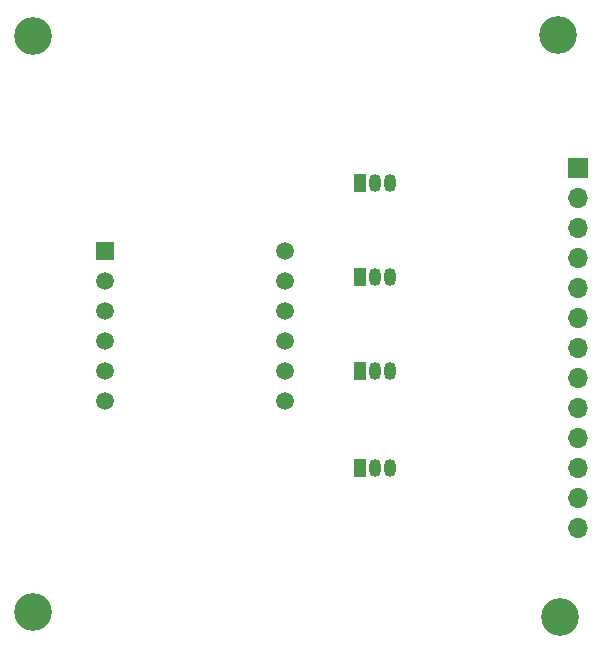
<source format=gbr>
%TF.GenerationSoftware,KiCad,Pcbnew,(7.0.0-0)*%
%TF.CreationDate,2023-03-23T20:34:07-04:00*%
%TF.ProjectId,EE5143_7Digit_FPGA,45453531-3433-45f3-9744-696769745f46,rev?*%
%TF.SameCoordinates,Original*%
%TF.FileFunction,Soldermask,Bot*%
%TF.FilePolarity,Negative*%
%FSLAX46Y46*%
G04 Gerber Fmt 4.6, Leading zero omitted, Abs format (unit mm)*
G04 Created by KiCad (PCBNEW (7.0.0-0)) date 2023-03-23 20:34:07*
%MOMM*%
%LPD*%
G01*
G04 APERTURE LIST*
%ADD10C,3.200000*%
%ADD11R,1.050000X1.500000*%
%ADD12O,1.050000X1.500000*%
%ADD13R,1.500000X1.500000*%
%ADD14C,1.500000*%
%ADD15O,1.700000X1.700000*%
%ADD16R,1.700000X1.700000*%
G04 APERTURE END LIST*
D10*
%TO.C,REF\u002A\u002A*%
X96139000Y-80772000D03*
%TD*%
%TO.C,REF\u002A\u002A*%
X96139000Y-32004000D03*
%TD*%
%TO.C,REF\u002A\u002A*%
X140716000Y-81153000D03*
%TD*%
%TO.C,REF\u002A\u002A*%
X140589000Y-31877000D03*
%TD*%
D11*
%TO.C,Q3*%
X123824999Y-60324999D03*
D12*
X125094999Y-60324999D03*
X126364999Y-60324999D03*
%TD*%
D13*
%TO.C,U1*%
X102234999Y-50164999D03*
D14*
X102235000Y-52705000D03*
X102235000Y-55245000D03*
X102235000Y-57785000D03*
X102235000Y-60325000D03*
X102235000Y-62865000D03*
X117475000Y-62865000D03*
X117475000Y-60325000D03*
X117475000Y-57785000D03*
X117475000Y-55245000D03*
X117475000Y-52705000D03*
X117475000Y-50165000D03*
%TD*%
D12*
%TO.C,Q4*%
X126364999Y-68579999D03*
X125094999Y-68579999D03*
D11*
X123824999Y-68579999D03*
%TD*%
%TO.C,Q2*%
X123824999Y-52429999D03*
D12*
X125094999Y-52429999D03*
X126364999Y-52429999D03*
%TD*%
D11*
%TO.C,Q1*%
X123824999Y-44449999D03*
D12*
X125094999Y-44449999D03*
X126364999Y-44449999D03*
%TD*%
D15*
%TO.C,J1*%
X142239999Y-73659999D03*
X142239999Y-71119999D03*
X142239999Y-68579999D03*
X142239999Y-66039999D03*
X142239999Y-63499999D03*
X142239999Y-60959999D03*
X142239999Y-58419999D03*
X142239999Y-55879999D03*
X142239999Y-53339999D03*
X142239999Y-50799999D03*
X142239999Y-48259999D03*
X142239999Y-45719999D03*
D16*
X142239999Y-43179999D03*
%TD*%
M02*

</source>
